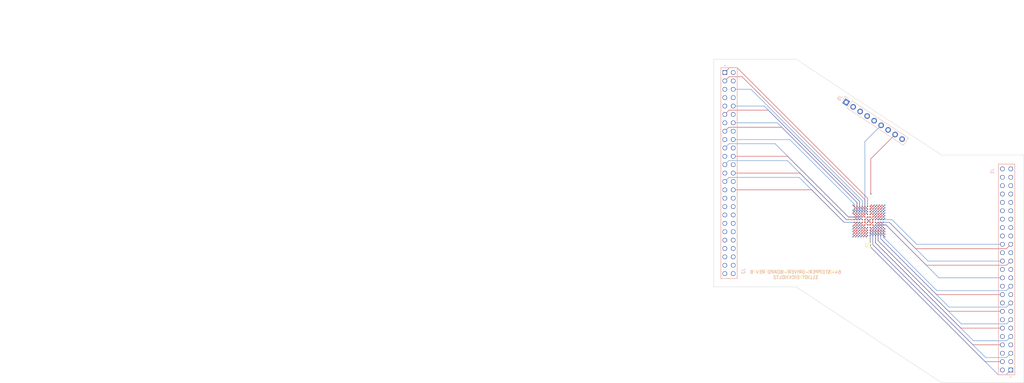
<source format=kicad_pcb>
(kicad_pcb (version 20211014) (generator pcbnew)
  (layers (0 "F.Cu" signal) (1 "In1.Cu" signal) (2 "In2.Cu" signal) (3 "In3.Cu" signal) (4 "In4.Cu" signal) (31 "B.Cu" signal) (34 "B.Paste" user) (35 "F.Paste" user) (36 "B.SilkS" user "B.Silkscreen") (37 "F.SilkS" user "F.Silkscreen") (38 "B.Mask" user) (39 "F.Mask" user) (44 "Edge.Cuts" user))
  (net 0 "")
  (net 1 "1A8STEP")
  (net 2 "1A4STEP")
  (net 3 "1A7STEP")
  (net 4 "1A3STEP")
  (net 5 "1A6STEP")
  (net 6 "1A2STEP")
  (net 7 "1A5STEP")
  (net 8 "1A1STEP")
  (net 9 "2A8STEP")
  (net 10 "2A4STEP")
  (net 11 "2A7STEP")
  (net 12 "2A3STEP")
  (net 13 "2A6STEP")
  (net 14 "2A2STEP")
  (net 15 "2A5STEP")
  (net 16 "2A1STEP")
  (net 17 "3A8STEP")
  (net 18 "3A4STEP")
  (net 19 "3A7STEP")
  (net 20 "3A3STEP")
  (net 21 "3A6STEP")
  (net 22 "3A2STEP")
  (net 23 "3A5STEP")
  (net 24 "3A1STEP")
  (net 25 "4A8STEP")
  (net 26 "4A4STEP")
  (net 27 "4A7STEP")
  (net 28 "4A3STEP")
  (net 29 "4A6STEP")
  (net 30 "4A2STEP")
  (net 31 "4A5STEP")
  (net 32 "4A1STEP")
  (net 33 "SRCLK1")
  (net 34 "SER1")
  (net 35 "~{SRCLR1}")
  (net 36 "SRCLK2")
  (net 37 "RCLK1")
  (net 38 "~{OE1}")
  (net 39 "SER2")
  (net 40 "SRCLK3")
  (net 41 "SER3")
  (net 42 "SRCLK4")
  (net 43 "SER4")
  (net 44 "+5V")
  (net 45 "GND")
  (net 46 "5A8STEP")
  (net 47 "5A4STEP")
  (net 48 "5A7STEP")
  (net 49 "5A3STEP")
  (net 50 "5A6STEP")
  (net 51 "5A2STEP")
  (net 52 "5A5STEP")
  (net 53 "5A1STEP")
  (net 54 "6A8STEP")
  (net 55 "6A4STEP")
  (net 56 "6A7STEP")
  (net 57 "6A3STEP")
  (net 58 "6A6STEP")
  (net 59 "6A2STEP")
  (net 60 "6A5STEP")
  (net 61 "6A1STEP")
  (net 62 "7A8STEP")
  (net 63 "7A4STEP")
  (net 64 "7A7STEP")
  (net 65 "7A3STEP")
  (net 66 "7A6STEP")
  (net 67 "7A2STEP")
  (net 68 "7A5STEP")
  (net 69 "7A1STEP")
  (net 70 "8A8STEP")
  (net 71 "8A4STEP")
  (net 72 "8A7STEP")
  (net 73 "8A3STEP")
  (net 74 "8A6STEP")
  (net 75 "8A2STEP")
  (net 76 "8A5STEP")
  (net 77 "8A1STEP")
  (net 78 "SRCLK5")
  (net 79 "SER5")
  (net 80 "~{SRCLR2}")
  (net 81 "SRCLK6")
  (net 82 "RCLK2")
  (net 83 "~{OE2}")
  (net 84 "SER6")
  (net 85 "SRCLK7")
  (net 86 "SER7")
  (net 87 "SRCLK8")
  (net 88 "SER8")
  (net 89 "unconnected-(U1-PadA7)")
  (net 90 "unconnected-(U1-PadA8)")
  (net 91 "unconnected-(U1-PadA9)")
  (net 92 "unconnected-(U1-PadA10)")
  (net 93 "unconnected-(U1-PadA11)")
  (net 94 "MOSI")
  (net 95 "MISO")
  (net 96 "CS2")
  (net 97 "CS1")
  (net 98 "DC")
  (net 99 "RST")
  (net 100 "SCK")
  (net 101 "unconnected-(U1-PadB7)")
  (net 102 "unconnected-(U1-PadB8)")
  (net 103 "unconnected-(U1-PadB9)")
  (net 104 "unconnected-(U1-PadB10)")
  (net 105 "unconnected-(U1-PadB11)")
  (net 112 "unconnected-(U1-PadB12)")
  (net 113 "unconnected-(U1-PadC7)")
  (net 114 "unconnected-(U1-PadC8)")
  (net 115 "unconnected-(U1-PadC9)")
  (net 116 "unconnected-(U1-PadC10)")
  (net 117 "unconnected-(U1-PadC11)")
  (net 118 "unconnected-(U1-PadC12)")
  (net 119 "unconnected-(U1-PadD7)")
  (net 120 "unconnected-(U1-PadD8)")
  (net 121 "unconnected-(U1-PadD9)")
  (net 122 "unconnected-(U1-PadD10)")
  (net 123 "unconnected-(U1-PadD11)")
  (net 124 "unconnected-(U1-PadD12)")
  (net 125 "unconnected-(U1-PadE10)")
  (net 126 "unconnected-(U1-PadE11)")
  (net 127 "unconnected-(U1-PadE12)")
  (net 128 "unconnected-(U1-PadF10)")
  (net 129 "unconnected-(U1-PadF11)")
  (net 130 "unconnected-(U1-PadF12)")
  (net 131 "unconnected-(U1-PadH1)")
  (net 132 "NRST")
  (net 133 "unconnected-(U1-PadJ2)")
  (net 134 "unconnected-(U1-PadJ3)")
  (net 135 "unconnected-(U1-PadJ4)")
  (net 136 "unconnected-(U1-PadJ5)")
  (net 137 "unconnected-(U1-PadJ6)")
  (net 138 "unconnected-(U1-PadK1)")
  (net 139 "unconnected-(U1-PadK3)")
  (net 140 "unconnected-(U1-PadK4)")
  (net 141 "unconnected-(U1-PadK5)")
  (net 142 "unconnected-(U1-PadK6)")
  (net 143 "unconnected-(U1-PadL1)")
  (net 144 "unconnected-(U1-PadL2)")
  (net 145 "unconnected-(U1-PadL3)")
  (net 146 "unconnected-(U1-PadL4)")
  (net 147 "unconnected-(U1-PadL5)")
  (net 148 "unconnected-(U1-PadL6)")
  (net 149 "unconnected-(U1-PadM2)")
  (net 150 "unconnected-(U1-PadM3)")
  (net 151 "unconnected-(U1-PadM4)")
  (net 152 "unconnected-(U1-PadM5)")
  (net 153 "unconnected-(U1-PadM6)")
  (net 154 "unconnected-(U1-PadA12)")
  (footprint "Library:BGA144C80P12X12_1000X1000X60" (layer "F.Cu") (at 157 85)
    (fp_text reference "U1")
    (fp_text value "STM32L471ZGJ6" hide)
  )
  (footprint "Library:SAMTEC_IPS1-125-01-S-D" (layer "B.Cu") (at 114.615 70.485 90)
    (fp_text reference "J2")
    (fp_text value "IPS1-125-01-S-D")
  )
  (footprint "Library:SAMTEC_IPS1-125-01-S-D" (layer "B.Cu") (at 198.755 99.695 -90)
    (fp_text reference "J1")
    (fp_text value "IPS1-125-01-S-D")
  )
  (footprint "Connector_PinHeader_2.54mm:PinHeader_1x09_P2.54mm_Vertical" (layer "B.Cu") (at 150.126294 49.01262 -123.4)
    (fp_text reference "J5")
    (fp_text value "Conn_01x09")
  )
  (gr_line (start 204 65) (end 179 65) (layer "Edge.Cuts") (width 0.1))
  (gr_line (start 110 36) (end 135 36) (layer "Edge.Cuts") (width 0.1))
  (gr_line (start 179 134) (end 135 105) (layer "Edge.Cuts") (width 0.1))
  (gr_line (start 204 65) (end 204 134) (layer "Edge.Cuts") (width 0.1))
  (gr_line (start 204 134) (end 179 134) (layer "Edge.Cuts") (width 0.1))
  (gr_line (start 110 105) (end 135 105) (layer "Edge.Cuts") (width 0.1))
  (gr_line (start 110 105) (end 110 36) (layer "Edge.Cuts") (width 0.1))
  (gr_line (start 179 65) (end 135 36) (layer "Edge.Cuts") (width 0.1))
  (gr_text "64-STEPPER-DRIVER-BOARD REV B\nELLIOT EICKHOLTZ" (at 134.8 101.3) (layer "B.SilkS") (effects (font (size 1 1)) (justify mirror)))
  (gr_text "64-STEPPER-DRIVER-BOARD REV B\nELLIOT EICKHOLTZ" (at 134.8 101.2) (layer "F.SilkS") (effects (font (size 1 1))))
  (segment (start 157.4 87) (end 157.8 87.4) (width 0.127) (layer "F.Cu") (net 1))
  (via (at 157.8 87.4) (size 0.4) (drill 0.2) (layers "F.Cu" "B.Cu") (net 1))
  (segment (start 157.4 87.8) (end 157.4 92.8) (width 0.127) (layer "B.Cu") (net 1))
  (segment (start 196.2 131.6) (end 198.6 131.6) (width 0.127) (layer "B.Cu") (net 1))
  (segment (start 157.8 87.4) (end 157.4 87.8) (width 0.127) (layer "B.Cu") (net 1))
  (segment (start 157.4 92.8) (end 196.2 131.6) (width 0.127) (layer "B.Cu") (net 1))
  (segment (start 198.6 131.6) (end 200.025 130.175) (width 0.127) (layer "B.Cu") (net 1))
  (segment (start 157.4 87.8) (end 157.8 88.2) (width 0.127) (layer "F.Cu") (net 2))
  (via (at 157.8 88.2) (size 0.4) (drill 0.2) (layers "F.Cu" "B.Cu") (net 2))
  (segment (start 157.4 88.6) (end 157.8 89) (width 0.127) (layer "F.Cu") (net 3))
  (via (at 157.8 89) (size 0.4) (drill 0.2) (layers "F.Cu" "B.Cu") (net 3))
  (segment (start 157.4 89.4) (end 157.4 92.8) (width 0.127) (layer "F.Cu") (net 4))
  (segment (start 157.4 92.8) (end 192.235 127.635) (width 0.127) (layer "F.Cu") (net 4))
  (segment (start 192.235 127.635) (end 197.485 127.635) (width 0.127) (layer "F.Cu") (net 4))
  (segment (start 158.2 87) (end 158.6 87.4) (width 0.127) (layer "F.Cu") (net 5))
  (via (at 158.6 87.4) (size 0.4) (drill 0.2) (layers "F.Cu" "B.Cu") (net 5))
  (segment (start 158.6 87.4) (end 158.2 87.8) (width 0.127) (layer "B.Cu") (net 5))
  (segment (start 158.2 92.2) (end 192.4 126.4) (width 0.127) (layer "B.Cu") (net 5))
  (segment (start 192.4 126.4) (end 198.72 126.4) (width 0.127) (layer "B.Cu") (net 5))
  (segment (start 158.2 87.8) (end 158.2 92.2) (width 0.127) (layer "B.Cu") (net 5))
  (segment (start 198.72 126.4) (end 200.025 125.095) (width 0.127) (layer "B.Cu") (net 5))
  (segment (start 158.2 87.8) (end 158.6 88.2) (width 0.127) (layer "F.Cu") (net 6))
  (via (at 158.6 88.2) (size 0.4) (drill 0.2) (layers "F.Cu" "B.Cu") (net 6))
  (segment (start 158.2 88.6) (end 158.6 89) (width 0.127) (layer "F.Cu") (net 7))
  (via (at 158.6 89) (size 0.4) (drill 0.2) (layers "F.Cu" "B.Cu") (net 7))
  (segment (start 188.555 122.555) (end 197.485 122.555) (width 0.127) (layer "F.Cu") (net 8))
  (segment (start 158.2 92.2) (end 188.555 122.555) (width 0.127) (layer "F.Cu") (net 8))
  (segment (start 158.2 89.4) (end 158.2 92.2) (width 0.127) (layer "F.Cu") (net 8))
  (segment (start 159 87) (end 159.4 87.4) (width 0.127) (layer "F.Cu") (net 9))
  (via (at 159.4 87.4) (size 0.4) (drill 0.2) (layers "F.Cu" "B.Cu") (net 9))
  (segment (start 188.7 121.3) (end 198.74 121.3) (width 0.127) (layer "B.Cu") (net 9))
  (segment (start 159 87.8) (end 159 91.6) (width 0.127) (layer "B.Cu") (net 9))
  (segment (start 159 91.6) (end 188.7 121.3) (width 0.127) (layer "B.Cu") (net 9))
  (segment (start 198.74 121.3) (end 200.025 120.015) (width 0.127) (layer "B.Cu") (net 9))
  (segment (start 159.4 87.4) (end 159 87.8) (width 0.127) (layer "B.Cu") (net 9))
  (segment (start 159 87.8) (end 159.4 88.2) (width 0.127) (layer "F.Cu") (net 10))
  (via (at 159.4 88.2) (size 0.4) (drill 0.2) (layers "F.Cu" "B.Cu") (net 10))
  (segment (start 159 88.6) (end 159.4 89) (width 0.127) (layer "F.Cu") (net 11))
  (via (at 159.4 89) (size 0.4) (drill 0.2) (layers "F.Cu" "B.Cu") (net 11))
  (segment (start 184.875 117.475) (end 197.485 117.475) (width 0.127) (layer "F.Cu") (net 12))
  (segment (start 159 89.4) (end 159 91.6) (width 0.127) (layer "F.Cu") (net 12))
  (segment (start 159 91.6) (end 184.875 117.475) (width 0.127) (layer "F.Cu") (net 12))
  (segment (start 159.8 87) (end 160.2 87.4) (width 0.127) (layer "F.Cu") (net 13))
  (via (at 160.2 87.4) (size 0.4) (drill 0.2) (layers "F.Cu" "B.Cu") (net 13))
  (segment (start 159.8 91) (end 185 116.2) (width 0.127) (layer "B.Cu") (net 13))
  (segment (start 160.2 87.4) (end 159.8 87.8) (width 0.127) (layer "B.Cu") (net 13))
  (segment (start 185 116.2) (end 198.76 116.2) (width 0.127) (layer "B.Cu") (net 13))
  (segment (start 159.8 87.8) (end 159.8 91) (width 0.127) (layer "B.Cu") (net 13))
  (segment (start 198.76 116.2) (end 200.025 114.935) (width 0.127) (layer "B.Cu") (net 13))
  (segment (start 159.8 87.8) (end 160.2 88.2) (width 0.127) (layer "F.Cu") (net 14))
  (via (at 160.2 88.2) (size 0.4) (drill 0.2) (layers "F.Cu" "B.Cu") (net 14))
  (segment (start 159.8 88.6) (end 160.2 89) (width 0.127) (layer "F.Cu") (net 15))
  (via (at 160.2 89) (size 0.4) (drill 0.2) (layers "F.Cu" "B.Cu") (net 15))
  (segment (start 159.8 91) (end 181.195 112.395) (width 0.127) (layer "F.Cu") (net 16))
  (segment (start 181.195 112.395) (end 197.485 112.395) (width 0.127) (layer "F.Cu") (net 16))
  (segment (start 159.8 89.4) (end 159.8 91) (width 0.127) (layer "F.Cu") (net 16))
  (segment (start 160.6 87) (end 161 87.4) (width 0.127) (layer "F.Cu") (net 17))
  (via (at 161 87.4) (size 0.4) (drill 0.2) (layers "F.Cu" "B.Cu") (net 17))
  (segment (start 161 87.4) (end 160.6 87.8) (width 0.127) (layer "B.Cu") (net 17))
  (segment (start 198.78 111.1) (end 200.025 109.855) (width 0.127) (layer "B.Cu") (net 17))
  (segment (start 181.3 111.1) (end 198.78 111.1) (width 0.127) (layer "B.Cu") (net 17))
  (segment (start 160.6 87.8) (end 160.6 90.4) (width 0.127) (layer "B.Cu") (net 17))
  (segment (start 160.6 90.4) (end 181.3 111.1) (width 0.127) (layer "B.Cu") (net 17))
  (segment (start 160.6 87.8) (end 161 88.2) (width 0.127) (layer "F.Cu") (net 18))
  (via (at 161 88.2) (size 0.4) (drill 0.2) (layers "F.Cu" "B.Cu") (net 18))
  (segment (start 160.6 88.6) (end 161 89) (width 0.127) (layer "F.Cu") (net 19))
  (via (at 161 89) (size 0.4) (drill 0.2) (layers "F.Cu" "B.Cu") (net 19))
  (segment (start 160.6 90.4) (end 177.515 107.315) (width 0.127) (layer "F.Cu") (net 20))
  (segment (start 160.6 89.4) (end 160.6 90.4) (width 0.127) (layer "F.Cu") (net 20))
  (segment (start 177.515 107.315) (end 197.485 107.315) (width 0.127) (layer "F.Cu") (net 20))
  (segment (start 161.4 87) (end 161.8 87.4) (width 0.127) (layer "F.Cu") (net 21))
  (via (at 161.8 87.4) (size 0.4) (drill 0.2) (layers "F.Cu" "B.Cu") (net 21))
  (segment (start 177.6 106.1) (end 198.7 106.1) (width 0.127) (layer "B.Cu") (net 21))
  (segment (start 161.4 89.9) (end 177.6 106.1) (width 0.127) (layer "B.Cu") (net 21))
  (segment (start 161.8 87.4) (end 161.4 87.8) (width 0.127) (layer "B.Cu") (net 21))
  (segment (start 161.4 87.8) (end 161.4 89.9) (width 0.127) (layer "B.Cu") (net 21))
  (segment (start 198.7 106.1) (end 200.025 104.775) (width 0.127) (layer "B.Cu") (net 21))
  (segment (start 161.4 87.8) (end 161.8 88.2) (width 0.127) (layer "F.Cu") (net 22))
  (via (at 161.8 88.2) (size 0.4) (drill 0.2) (layers "F.Cu" "B.Cu") (net 22))
  (segment (start 161.4 88.6) (end 161.8 89) (width 0.127) (layer "F.Cu") (net 23))
  (via (at 161.8 89) (size 0.4) (drill 0.2) (layers "F.Cu" "B.Cu") (net 23))
  (segment (start 159 86.2) (end 159.4 86.6) (width 0.127) (layer "F.Cu") (net 24))
  (via (at 159.4 86.6) (size 0.4) (drill 0.2) (layers "F.Cu" "B.Cu") (net 24))
  (segment (start 178.235 102.235) (end 162.2 86.2) (width 0.127) (layer "B.Cu") (net 24))
  (segment (start 197.485 102.235) (end 178.235 102.235) (width 0.127) (layer "B.Cu") (net 24))
  (segment (start 159.8 86.2) (end 159.4 86.6) (width 0.127) (layer "B.Cu") (net 24))
  (segment (start 162.2 86.2) (end 159.8 86.2) (width 0.127) (layer "B.Cu") (net 24))
  (segment (start 159.8 86.2) (end 160.2 86.6) (width 0.127) (layer "F.Cu") (net 25))
  (via (at 160.2 86.6) (size 0.4) (drill 0.2) (layers "F.Cu" "B.Cu") (net 25))
  (segment (start 160.6 86.2) (end 161 86.6) (width 0.127) (layer "F.Cu") (net 26))
  (via (at 161 86.6) (size 0.4) (drill 0.2) (layers "F.Cu" "B.Cu") (net 26))
  (segment (start 200.025 97.155) (end 198.78 98.4) (width 0.127) (layer "F.Cu") (net 27))
  (segment (start 162.2 86.2) (end 161.4 86.2) (width 0.127) (layer "F.Cu") (net 27))
  (segment (start 198.78 98.4) (end 174.4 98.4) (width 0.127) (layer "F.Cu") (net 27))
  (segment (start 174.4 98.4) (end 162.2 86.2) (width 0.127) (layer "F.Cu") (net 27))
  (segment (start 159 85.4) (end 159.4 85.8) (width 0.127) (layer "F.Cu") (net 28))
  (via (at 159.4 85.8) (size 0.4) (drill 0.2) (layers "F.Cu" "B.Cu") (net 28))
  (segment (start 197.485 97.155) (end 174.955 97.155) (width 0.127) (layer "B.Cu") (net 28))
  (segment (start 159.8 85.4) (end 159.4 85.8) (width 0.127) (layer "B.Cu") (net 28))
  (segment (start 163.2 85.4) (end 159.8 85.4) (width 0.127) (layer "B.Cu") (net 28))
  (segment (start 174.955 97.155) (end 163.2 85.4) (width 0.127) (layer "B.Cu") (net 28))
  (segment (start 159.8 85.4) (end 160.2 85.8) (width 0.127) (layer "F.Cu") (net 29))
  (via (at 160.2 85.8) (size 0.4) (drill 0.2) (layers "F.Cu" "B.Cu") (net 29))
  (segment (start 160.6 85.4) (end 161 85.8) (width 0.127) (layer "F.Cu") (net 30))
  (via (at 161 85.8) (size 0.4) (drill 0.2) (layers "F.Cu" "B.Cu") (net 30))
  (segment (start 198.7 93.4) (end 171.2 93.4) (width 0.127) (layer "F.Cu") (net 31))
  (segment (start 163.2 85.4) (end 161.4 85.4) (width 0.127) (layer "F.Cu") (net 31))
  (segment (start 171.2 93.4) (end 163.2 85.4) (width 0.127) (layer "F.Cu") (net 31))
  (segment (start 200.025 92.075) (end 198.7 93.4) (width 0.127) (layer "F.Cu") (net 31))
  (segment (start 159 84.6) (end 159.4 84.2) (width 0.127) (layer "F.Cu") (net 32))
  (via (at 159.4 84.2) (size 0.4) (drill 0.2) (layers "F.Cu" "B.Cu") (net 32))
  (segment (start 159.8 84.6) (end 159.4 84.2) (width 0.127) (layer "B.Cu") (net 32))
  (segment (start 171.475 92.075) (end 164 84.6) (width 0.127) (layer "B.Cu") (net 32))
  (segment (start 164 84.6) (end 159.8 84.6) (width 0.127) (layer "B.Cu") (net 32))
  (segment (start 197.485 92.075) (end 171.475 92.075) (width 0.127) (layer "B.Cu") (net 32))
  (segment (start 159 83.8) (end 159.4 83.4) (width 0.127) (layer "F.Cu") (net 44))
  (segment (start 156.6 83.8) (end 157.4 83.8) (width 0.127) (layer "F.Cu") (net 44))
  (segment (start 155.8 85.4) (end 155.8 84.6) (width 0.127) (layer "F.Cu") (net 44))
  (segment (start 157.4 83.8) (end 158.2 84.6) (width 0.127) (layer "F.Cu") (net 44))
  (segment (start 153.4 87.8) (end 153 88.2) (width 0.127) (layer "F.Cu") (net 44))
  (segment (start 157.4 86.2) (end 156.6 86.2) (width 0.127) (layer "F.Cu") (net 44))
  (segment (start 156.6 86.2) (end 155.8 85.4) (width 0.127) (layer "F.Cu") (net 44))
  (segment (start 155.8 84.6) (end 156.6 83.8) (width 0.127) (layer "F.Cu") (net 44))
  (segment (start 158.2 84.6) (end 159 83.8) (width 0.127) (layer "F.Cu") (net 44))
  (segment (start 158.2 85.4) (end 157.4 86.2) (width 0.127) (layer "F.Cu") (net 44))
  (segment (start 158.2 84.6) (end 158.2 85.4) (width 0.127) (layer "F.Cu") (net 44))
  (via (at 153 88.2) (size 0.4) (drill 0.2) (layers "F.Cu" "B.Cu") (net 44))
  (via (at 159.4 83.4) (size 0.4) (drill 0.2) (layers "F.Cu" "B.Cu") (net 44))
  (segment (start 158.2 86.2) (end 158.6 86.6) (width 0.127) (layer "F.Cu") (net 45))
  (segment (start 152.6 89.4) (end 152.2 89.8) (width 0.127) (layer "F.Cu") (net 45))
  (segment (start 155.8 86.2) (end 155.4 86.6) (width 0.127) (layer "F.Cu") (net 45))
  (segment (start 157.4 85.4) (end 157 85) (width 0.127) (layer "F.Cu") (net 45))
  (segment (start 157 85) (end 156.6 84.6) (width 0.127) (layer "F.Cu") (net 45))
  (segment (start 161.4 89.4) (end 161.8 89.8) (width 0.127) (layer "F.Cu") (net 45))
  (segment (start 152.6 80.6) (end 152.2 80.2) (width 0.127) (layer "F.Cu") (net 45))
  (segment (start 158.2 83.8) (end 158.6 83.4) (width 0.127) (layer "F.Cu") (net 45))
  (segment (start 152.6 87) (end 152.2 87.4) (width 0.127) (layer "F.Cu") (net 45))
  (segment (start 155.8 83.8) (end 155.4 83.4) (width 0.127) (layer "F.Cu") (net 45))
  (segment (start 156.6 85.4) (end 157.4 84.6) (width 0.127) (layer "F.Cu") (net 45))
  (via (at 161.8 89.8) (size 0.4) (drill 0.2) (layers "F.Cu" "B.Cu") (net 45))
  (via (at 158.6 86.6) (size 0.4) (drill 0.2) (layers "F.Cu" "B.Cu") (net 45))
  (via (at 158.6 83.4) (size 0.4) (drill 0.2) (layers "F.Cu" "B.Cu") (net 45))
  (via (at 155.4 83.4) (size 0.4) (drill 0.2) (layers "F.Cu" "B.Cu") (net 45))
  (via (at 157 85) (size 0.4) (drill 0.2) (layers "F.Cu" "B.Cu") (net 45))
  (via (at 152.2 89.8) (size 0.4) (drill 0.2) (layers "F.Cu" "B.Cu") (net 45))
  (via (at 155.4 86.6) (size 0.4) (drill 0.2) (layers "F.Cu" "B.Cu") (net 45))
  (via (at 152.2 87.4) (size 0.4) (drill 0.2) (layers "F.Cu" "B.Cu") (net 45))
  (via (at 152.2 80.2) (size 0.4) (drill 0.2) (layers "F.Cu" "B.Cu") (net 45))
  (segment (start 156.6 80.6) (end 156.6 78.1) (width 0.127) (layer "F.Cu") (net 46))
  (segment (start 156.6 78.1) (end 117 38.5) (width 0.127) (layer "F.Cu") (net 46))
  (segment (start 113.345 39.955) (end 113.345 40.005) (width 0.127) (layer "F.Cu") (net 46))
  (segment (start 117 38.5) (end 114.8 38.5) (width 0.127) (layer "F.Cu") (net 46))
  (segment (start 114.8 38.5) (end 113.345 39.955) (width 0.127) (layer "F.Cu") (net 46))
  (segment (start 156.6 83) (end 156.2 82.6) (width 0.127) (layer "F.Cu") (net 47))
  (via (at 156.2 82.6) (size 0.4) (drill 0.2) (layers "F.Cu" "B.Cu") (net 47))
  (segment (start 155.8 80.6) (end 155.8 78.5) (width 0.127) (layer "F.Cu") (net 48))
  (segment (start 118.6 41.3) (end 114.59 41.3) (width 0.127) (layer "F.Cu") (net 48))
  (segment (start 155.8 78.5) (end 118.6 41.3) (width 0.127) (layer "F.Cu") (net 48))
  (segment (start 114.59 41.3) (end 113.345 42.545) (width 0.127) (layer "F.Cu") (net 48))
  (segment (start 156.6 81.4) (end 156.2 81) (width 0.127) (layer "F.Cu") (net 49))
  (via (at 156.2 81) (size 0.4) (drill 0.2) (layers "F.Cu" "B.Cu") (net 49))
  (segment (start 155 82.2) (end 154.6 81.8) (width 0.127) (layer "F.Cu") (net 50))
  (via (at 154.6 81.8) (size 0.4) (drill 0.2) (layers "F.Cu" "B.Cu") (net 50))
  (segment (start 155 83) (end 154.6 82.6) (width 0.127) (layer "F.Cu") (net 51))
  (via (at 154.6 82.6) (size 0.4) (drill 0.2) (layers "F.Cu" "B.Cu") (net 51))
  (segment (start 121.285 45.085) (end 115.885 45.085) (width 0.127) (layer "B.Cu") (net 51))
  (segment (start 155 78.8) (end 121.285 45.085) (width 0.127) (layer "B.Cu") (net 51))
  (segment (start 155 82.2) (end 155 78.8) (width 0.127) (layer "B.Cu") (net 51))
  (segment (start 154.6 82.6) (end 155 82.2) (width 0.127) (layer "B.Cu") (net 51))
  (segment (start 155 81.4) (end 154.6 81) (width 0.127) (layer "F.Cu") (net 52))
  (via (at 154.6 81) (size 0.4) (drill 0.2) (layers "F.Cu" "B.Cu") (net 52))
  (segment (start 155.8 81.4) (end 155.4 81) (width 0.127) (layer "F.Cu") (net 53))
  (via (at 155.4 81) (size 0.4) (drill 0.2) (layers "F.Cu" "B.Cu") (net 53))
  (segment (start 154.2 82.2) (end 153.8 81.8) (width 0.127) (layer "F.Cu") (net 54))
  (via (at 153.8 81.8) (size 0.4) (drill 0.2) (layers "F.Cu" "B.Cu") (net 54))
  (segment (start 154.2 83) (end 153.8 82.6) (width 0.127) (layer "F.Cu") (net 55))
  (via (at 153.8 82.6) (size 0.4) (drill 0.2) (layers "F.Cu" "B.Cu") (net 55))
  (segment (start 154.2 82.2) (end 154.2 79.1) (width 0.127) (layer "B.Cu") (net 55))
  (segment (start 153.8 82.6) (end 154.2 82.2) (width 0.127) (layer "B.Cu") (net 55))
  (segment (start 154.2 79.1) (end 125.265 50.165) (width 0.127) (layer "B.Cu") (net 55))
  (segment (start 125.265 50.165) (end 115.885 50.165) (width 0.127) (layer "B.Cu") (net 55))
  (segment (start 114.65 51.4) (end 113.345 52.705) (width 0.127) (layer "F.Cu") (net 56))
  (segment (start 154.2 79.1) (end 126.5 51.4) (width 0.127) (layer "F.Cu") (net 56))
  (segment (start 154.2 80.6) (end 154.2 79.1) (width 0.127) (layer "F.Cu") (net 56))
  (segment (start 126.5 51.4) (end 114.65 51.4) (width 0.127) (layer "F.Cu") (net 56))
  (segment (start 154.2 81.4) (end 153.8 81) (width 0.127) (layer "F.Cu") (net 57))
  (via (at 153.8 81) (size 0.4) (drill 0.2) (layers "F.Cu" "B.Cu") (net 57))
  (segment (start 153.4 82.2) (end 153 81.8) (width 0.127) (layer "F.Cu") (net 58))
  (via (at 153 81.8) (size 0.4) (drill 0.2) (layers "F.Cu" "B.Cu") (net 58))
  (segment (start 153.4 83) (end 153 82.6) (width 0.127) (layer "F.Cu") (net 59))
  (via (at 153 82.6) (size 0.4) (drill 0.2) (layers "F.Cu" "B.Cu") (net 59))
  (segment (start 129.245 55.245) (end 115.885 55.245) (width 0.127) (layer "B.Cu") (net 59))
  (segment (start 153.4 79.4) (end 129.245 55.245) (width 0.127) (layer "B.Cu") (net 59))
  (segment (start 153 82.6) (end 153.4 82.2) (width 0.127) (layer "B.Cu") (net 59))
  (segment (start 153.4 82.2) (end 153.4 79.4) (width 0.127) (layer "B.Cu") (net 59))
  (segment (start 153.4 80.6) (end 153.4 79.4) (width 0.127) (layer "F.Cu") (net 60))
  (segment (start 130.6 56.6) (end 114.53 56.6) (width 0.127) (layer "F.Cu") (net 60))
  (segment (start 153.4 79.4) (end 130.6 56.6) (width 0.127) (layer "F.Cu") (net 60))
  (segment (start 114.53 56.6) (end 113.345 57.785) (width 0.127) (layer "F.Cu") (net 60))
  (segment (start 153.4 81.4) (end 153 81) (width 0.127) (layer "F.Cu") (net 61))
  (via (at 153 81) (size 0.4) (drill 0.2) (layers "F.Cu" "B.Cu") (net 61))
  (segment (start 152.6 82.2) (end 152.2 81.8) (width 0.127) (layer "F.Cu") (net 62))
  (via (at 152.2 81.8) (size 0.4) (drill 0.2) (layers "F.Cu" "B.Cu") (net 62))
  (segment (start 152.6 83) (end 152.2 82.6) (width 0.127) (layer "F.Cu") (net 63))
  (via (at 152.2 82.6) (size 0.4) (drill 0.2) (layers "F.Cu" "B.Cu") (net 63))
  (segment (start 133.025 60.325) (end 115.885 60.325) (width 0.127) (layer "B.Cu") (net 63))
  (segment (start 152.2 82.6) (end 152.6 82.2) (width 0.127) (layer "B.Cu") (net 63))
  (segment (start 152.6 79.9) (end 133.025 60.325) (width 0.127) (layer "B.Cu") (net 63))
  (segment (start 152.6 82.2) (end 152.6 79.9) (width 0.127) (layer "B.Cu") (net 63))
  (segment (start 155 83.8) (end 154.6 83.4) (width 0.127) (layer "F.Cu") (net 64))
  (via (at 154.6 83.4) (size 0.4) (drill 0.2) (layers "F.Cu" "B.Cu") (net 64))
  (segment (start 114.61 61.6) (end 128.6 61.6) (width 0.127) (layer "B.Cu") (net 64))
  (segment (start 128.6 61.6) (end 150.8 83.8) (width 0.127) (layer "B.Cu") (net 64))
  (segment (start 150.8 83.8) (end 154.2 83.8) (width 0.127) (layer "B.Cu") (net 64))
  (segment (start 154.2 83.8) (end 154.6 83.4) (width 0.127) (layer "B.Cu") (net 64))
  (segment (start 113.345 62.865) (end 114.61 61.6) (width 0.127) (layer "B.Cu") (net 64))
  (segment (start 154.2 83.8) (end 153.8 83.4) (width 0.127) (layer "F.Cu") (net 65))
  (via (at 153.8 83.4) (size 0.4) (drill 0.2) (layers "F.Cu" "B.Cu") (net 65))
  (segment (start 153.4 83.8) (end 153 83.4) (width 0.127) (layer "F.Cu") (net 66))
  (via (at 153 83.4) (size 0.4) (drill 0.2) (layers "F.Cu" "B.Cu") (net 66))
  (segment (start 150.8 83.8) (end 132.405 65.405) (width 0.127) (layer "F.Cu") (net 67))
  (segment (start 132.405 65.405) (end 115.885 65.405) (width 0.127) (layer "F.Cu") (net 67))
  (segment (start 152.6 83.8) (end 150.8 83.8) (width 0.127) (layer "F.Cu") (net 67))
  (segment (start 155 84.6) (end 154.6 84.2) (width 0.127) (layer "F.Cu") (net 68))
  (via (at 154.6 84.2) (size 0.4) (drill 0.2) (layers "F.Cu" "B.Cu") (net 68))
  (segment (start 132.3 66.7) (end 114.59 66.7) (width 0.127) (layer "B.Cu") (net 68))
  (segment (start 150.2 84.6) (end 132.3 66.7) (width 0.127) (layer "B.Cu") (net 68))
  (segment (start 154.6 84.2) (end 154.2 84.6) (width 0.127) (layer "B.Cu") (net 68))
  (segment (start 154.2 84.6) (end 150.2 84.6) (width 0.127) (layer "B.Cu") (net 68))
  (segment (start 114.59 66.7) (end 113.345 67.945) (width 0.127) (layer "B.Cu") (net 68))
  (segment (start 154.2 84.6) (end 153.8 84.2) (width 0.127) (layer "F.Cu") (net 69))
  (via (at 153.8 84.2) (size 0.4) (drill 0.2) (layers "F.Cu" "B.Cu") (net 69))
  (segment (start 153.4 84.6) (end 153 84.2) (width 0.127) (layer "F.Cu") (net 70))
  (via (at 153 84.2) (size 0.4) (drill 0.2) (layers "F.Cu" "B.Cu") (net 70))
  (segment (start 152.6 84.6) (end 150.2 84.6) (width 0.127) (layer "F.Cu") (net 71))
  (segment (start 136.085 70.485) (end 115.885 70.485) (width 0.127) (layer "F.Cu") (net 71))
  (segment (start 150.2 84.6) (end 136.085 70.485) (width 0.127) (layer "F.Cu") (net 71))
  (segment (start 155 85.4) (end 154.6 85.8) (width 0.127) (layer "F.Cu") (net 72))
  (via (at 154.6 85.8) (size 0.4) (drill 0.2) (layers "F.Cu" "B.Cu") (net 72))
  (segment (start 154.2 85.4) (end 149.5 85.4) (width 0.127) (layer "B.Cu") (net 72))
  (segment (start 135.9 71.8) (end 114.57 71.8) (width 0.127) (layer "B.Cu") (net 72))
  (segment (start 114.57 71.8) (end 113.345 73.025) (width 0.127) (layer "B.Cu") (net 72))
  (segment (start 149.5 85.4) (end 135.9 71.8) (width 0.127) (layer "B.Cu") (net 72))
  (segment (start 154.6 85.8) (end 154.2 85.4) (width 0.127) (layer "B.Cu") (net 72))
  (segment (start 154.2 85.4) (end 153.8 85.8) (width 0.127) (layer "F.Cu") (net 73))
  (via (at 153.8 85.8) (size 0.4) (drill 0.2) (layers "F.Cu" "B.Cu") (net 73))
  (segment (start 153.4 85.4) (end 153 85.8) (width 0.127) (layer "F.Cu") (net 74))
  (via (at 153 85.8) (size 0.4) (drill 0.2) (layers "F.Cu" "B.Cu") (net 74))
  (segment (start 139.665 75.565) (end 115.885 75.565) (width 0.127) (layer "F.Cu") (net 75))
  (segment (start 149.5 85.4) (end 139.665 75.565) (width 0.127) (layer "F.Cu") (net 75))
  (segment (start 152.6 85.4) (end 149.5 85.4) (width 0.127) (layer "F.Cu") (net 75))
  (segment (start 154.2 86.2) (end 153.8 86.6) (width 0.127) (layer "F.Cu") (net 76))
  (via (at 153.8 86.6) (size 0.4) (drill 0.2) (layers "F.Cu" "B.Cu") (net 76))
  (segment (start 153.4 86.2) (end 153 86.6) (width 0.127) (layer "F.Cu") (net 77))
  (via (at 153 86.6) (size 0.4) (drill 0.2) (layers "F.Cu" "B.Cu") (net 77))
  (segment (start 157.4 80.6) (end 157.8 80.2) (width 0.127) (layer "F.Cu") (net 89))
  (via (at 157.8 80.2) (size 0.4) (drill 0.2) (layers "F.Cu" "B.Cu") (net 89))
  (segment (start 158.2 80.6) (end 158.6 80.2) (width 0.127) (layer "F.Cu") (net 90))
  (via (at 158.6 80.2) (size 0.4) (drill 0.2) (layers "F.Cu" "B.Cu") (net 90))
  (segment (start 159 80.6) (end 159.4 80.2) (width 0.127) (layer "F.Cu") (net 91))
  (via (at 159.4 80.2) (size 0.4) (drill 0.2) (layers "F.Cu" "B.Cu") (net 91))
  (segment (start 159.8 80.6) (end 160.2 80.2) (width 0.127) (layer "F.Cu") (net 92))
  (via (at 160.2 80.2) (size 0.4) (drill 0.2) (layers "F.Cu" "B.Cu") (net 92))
  (segment (start 160.6 80.6) (end 161 80.2) (width 0.127) (layer "F.Cu") (net 93))
  (via (at 161 80.2) (size 0.4) (drill 0.2) (layers "F.Cu" "B.Cu") (net 93))
  (segment (start 157.6 66.170057) (end 164.969889 58.800168) (width 0.127) (layer "F.Cu") (net 94))
  (segment (start 157.6 76.8) (end 157.6 66.170057) (width 0.127) (layer "F.Cu") (net 94))
  (segment (start 155.8 82.2) (end 155.4 81.8) (width 0.127) (layer "F.Cu") (net 94))
  (via (at 157.6 76.8) (size 0.4) (drill 0.2) (layers "F.Cu" "B.Cu") (net 94))
  (via (at 155.4 81.8) (size 0.4) (drill 0.2) (layers "F.Cu" "B.Cu") (net 94))
  (segment (start 155.8 83) (end 155.4 82.6) (width 0.127) (layer "F.Cu") (net 95))
  (via (at 155.4 82.6) (size 0.4) (drill 0.2) (layers "F.Cu" "B.Cu") (net 95))
  (segment (start 155.8 82.2) (end 155.8 60.932587) (width 0.127) (layer "B.Cu") (net 95))
  (segment (start 155.8 60.932587) (end 160.728862 56.003725) (width 0.127) (layer "B.Cu") (net 95))
  (segment (start 155.4 82.6) (end 155.8 82.2) (width 0.127) (layer "B.Cu") (net 95))
  (segment (start 156.6 82.2) (end 156.2 81.8) (width 0.127) (layer "F.Cu") (net 100))
  (via (at 156.2 81.8) (size 0.4) (drill 0.2) (layers "F.Cu" "B.Cu") (net 100))
  (segment (start 157.4 81.4) (end 157.8 81) (width 0.127) (layer "F.Cu") (net 101))
  (via (at 157.8 81) (size 0.4) (drill 0.2) (layers "F.Cu" "B.Cu") (net 101))
  (segment (start 158.2 81.4) (end 158.6 81) (width 0.127) (layer "F.Cu") (net 102))
  (via (at 158.6 81) (size 0.4) (drill 0.2) (layers "F.Cu" "B.Cu") (net 102))
  (segment (start 159 81.4) (end 159.4 81) (width 0.127) (layer "F.Cu") (net 103))
  (via (at 159.4 81) (size 0.4) (drill 0.2) (layers "F.Cu" "B.Cu") (net 103))
  (segment (start 159.8 81.4) (end 160.2 81) (width 0.127) (layer "F.Cu") (net 104))
  (via (at 160.2 81) (size 0.4) (drill 0.2) (layers "F.Cu" "B.Cu") (net 104))
  (segment (start 160.6 81.4) (end 161 81) (width 0.127) (layer "F.Cu") (net 105))
  (via (at 161 81) (size 0.4) (drill 0.2) (layers "F.Cu" "B.Cu") (net 105))
  (segment (start 161.4 81.4) (end 161.8 81) (width 0.127) (layer "F.Cu") (net 112))
  (via (at 161.8 81) (size 0.4) (drill 0.2) (layers "F.Cu" "B.Cu") (net 112))
  (segment (start 157.4 82.2) (end 157.8 81.8) (width 0.127) (layer "F.Cu") (net 113))
  (via (at 157.8 81.8) (size 0.4) (drill 0.2) (layers "F.Cu" "B.Cu") (net 113))
  (segment (start 158.2 82.2) (end 158.6 81.8) (width 0.127) (layer "F.Cu") (net 114))
  (via (at 158.6 81.8) (size 0.4) (drill 0.2) (layers "F.Cu" "B.Cu") (net 114))
  (segment (start 159 82.2) (end 159.4 81.8) (width 0.127) (layer "F.Cu") (net 115))
  (via (at 159.4 81.8) (size 0.4) (drill 0.2) (layers "F.Cu" "B.Cu") (net 115))
  (segment (start 159.8 82.2) (end 160.2 81.8) (width 0.127) (layer "F.Cu") (net 116))
  (via (at 160.2 81.8) (size 0.4) (drill 0.2) (layers "F.Cu" "B.Cu") (net 116))
  (segment (start 160.6 82.2) (end 161 81.8) (width 0.127) (layer "F.Cu") (net 117))
  (via (at 161 81.8) (size 0.4) (drill 0.2) (layers "F.Cu" "B.Cu") (net 117))
  (segment (start 161.4 82.2) (end 161.8 81.8) (width 0.127) (layer "F.Cu") (net 118))
  (via (at 161.8 81.8) (size 0.4) (drill 0.2) (layers "F.Cu" "B.Cu") (net 118))
  (segment (start 157.4 83) (end 157.8 82.6) (width 0.127) (layer "F.Cu") (net 119))
  (via (at 157.8 82.6) (size 0.4) (drill 0.2) (layers "F.Cu" "B.Cu") (net 119))
  (segment (start 158.2 83) (end 158.6 82.6) (width 0.127) (layer "F.Cu") (net 120))
  (via (at 158.6 82.6) (size 0.4) (drill 0.2) (layers "F.Cu" "B.Cu") (net 120))
  (segment (start 159 83) (end 159.4 82.6) (width 0.127) (layer "F.Cu") (net 121))
  (via (at 159.4 82.6) (size 0.4) (drill 0.2) (layers "F.Cu" "B.Cu") (net 121))
  (segment (start 159.8 83) (end 160.2 82.6) (width 0.127) (layer "F.Cu") (net 122))
  (via (at 160.2 82.6) (size 0.4) (drill 0.2) (layers "F.Cu" "B.Cu") (net 122))
  (segment (start 160.6 83) (end 161 82.6) (width 0.127) (layer "F.Cu") (net 123))
  (via (at 161 82.6) (size 0.4) (drill 0.2) (layers "F.Cu" "B.Cu") (net 123))
  (segment (start 161.4 83) (end 161.8 82.6) (width 0.127) (layer "F.Cu") (net 124))
  (via (at 161.8 82.6) (size 0.4) (drill 0.2) (layers "F.Cu" "B.Cu") (net 124))
  (segment (start 159.8 83.8) (end 160.2 83.4) (width 0.127) (layer "F.Cu") (net 125))
  (via (at 160.2 83.4) (size 0.4) (drill 0.2) (layers "F.Cu" "B.Cu") (net 125))
  (segment (start 160.6 83.8) (end 161 83.4) (width 0.127) (layer "F.Cu") (net 126))
  (via (at 161 83.4) (size 0.4) (drill 0.2) (layers "F.Cu" "B.Cu") (net 126))
  (segment (start 161.4 83.8) (end 161.8 83.4) (width 0.127) (layer "F.Cu") (net 127))
  (via (at 161.8 83.4) (size 0.4) (drill 0.2) (layers "F.Cu" "B.Cu") (net 127))
  (segment (start 159.8 84.6) (end 160.2 84.2) (width 0.127) (layer "F.Cu") (net 128))
  (via (at 160.2 84.2) (size 0.4) (drill 0.2) (layers "F.Cu" "B.Cu") (net 128))
  (segment (start 160.6 84.6) (end 161 84.2) (width 0.127) (layer "F.Cu") (net 129))
  (via (at 161 84.2) (size 0.4) (drill 0.2) (layers "F.Cu" "B.Cu") (net 129))
  (segment (start 161.4 84.6) (end 161.8 84.2) (width 0.127) (layer "F.Cu") (net 130))
  (via (at 161.8 84.2) (size 0.4) (drill 0.2) (layers "F.Cu" "B.Cu") (net 130))
  (segment (start 152.6 86.2) (end 152.2 86.6) (width 0.127) (layer "F.Cu") (net 131))
  (via (at 152.2 86.6) (size 0.4) (drill 0.2) (layers "F.Cu" "B.Cu") (net 131))
  (segment (start 155 86.2) (end 154.6 86.6) (width 0.127) (layer "F.Cu") (net 132))
  (via (at 154.6 86.6) (size 0.4) (drill 0.2) (layers "F.Cu" "B.Cu") (net 132))
  (segment (start 153.4 87) (end 153 87.4) (width 0.127) (layer "F.Cu") (net 133))
  (via (at 153 87.4) (size 0.4) (drill 0.2) (layers "F.Cu" "B.Cu") (net 133))
  (segment (start 154.2 87) (end 153.8 87.4) (width 0.127) (layer "F.Cu") (net 134))
  (via (at 153.8 87.4) (size 0.4) (drill 0.2) (layers "F.Cu" "B.Cu") (net 134))
  (segment (start 155 87) (end 154.6 87.4) (width 0.127) (layer "F.Cu") (net 135))
  (via (at 154.6 87.4) (size 0.4) (drill 0.2) (layers "F.Cu" "B.Cu") (net 135))
  (segment (start 155.8 87) (end 155.4 87.4) (width 0.127) (layer "F.Cu") (net 136))
  (via (at 155.4 87.4) (size 0.4) (drill 0.2) (layers "F.Cu" "B.Cu") (net 136))
  (segment (start 156.6 87) (end 156.2 87.4) (width 0.127) (layer "F.Cu") (net 137))
  (via (at 156.2 87.4) (size 0.4) (drill 0.2) (layers "F.Cu" "B.Cu") (net 137))
  (segment (start 152.6 87.8) (end 152.2 88.2) (width 0.127) (layer "F.Cu") (net 138))
  (via (at 152.2 88.2) (size 0.4) (drill 0.2) (layers "F.Cu" "B.Cu") (net 138))
  (segment (start 154.2 87.8) (end 153.8 88.2) (width 0.127) (layer "F.Cu") (net 139))
  (via (at 153.8 88.2) (size 0.4) (drill 0.2) (layers "F.Cu" "B.Cu") (net 139))
  (segment (start 155 87.8) (end 154.6 88.2) (width 0.127) (layer "F.Cu") (net 140))
  (via (at 154.6 88.2) (size 0.4) (drill 0.2) (layers "F.Cu" "B.Cu") (net 140))
  (segment (start 155.8 87.8) (end 155.4 88.2) (width 0.127) (layer "F.Cu") (net 141))
  (via (at 155.4 88.2) (size 0.4) (drill 0.2) (layers "F.Cu" "B.Cu") (net 141))
  (segment (start 156.6 87.8) (end 156.2 88.2) (width 0.127) (layer "F.Cu") (net 142))
  (via (at 156.2 88.2) (size 0.4) (drill 0.2) (layers "F.Cu" "B.Cu") (net 142))
  (segment (start 152.6 88.6) (end 152.2 89) (width 0.127) (layer "F.Cu") (net 143))
  (via (at 152.2 89) (size 0.4) (drill 0.2) (layers "F.Cu" "B.Cu") (net 143))
  (segment (start 153.4 88.6) (end 153 89) (width 0.127) (layer "F.Cu") (net 144))
  (via (at 153 89) (size 0.4) (drill 0.2) (layers "F.Cu" "B.Cu") (net 144))
  (segment (start 154.2 88.6) (end 153.8 89) (width 0.127) (layer "F.Cu") (net 145))
  (via (at 153.8 89) (size 0.4) (drill 0.2) (layers "F.Cu" "B.Cu") (net 145))
  (segment (start 155 88.6) (end 154.6 89) (width 0.127) (layer "F.Cu") (net 146))
  (via (at 154.6 89) (size 0.4) (drill 0.2) (layers "F.Cu" "B.Cu") (net 146))
  (segment (start 155.8 88.6) (end 155.4 89) (width 0.127) (layer "F.Cu") (net 147))
  (via (at 155.4 89) (size 0.4) (drill 0.2) (layers "F.Cu" "B.Cu") (net 147))
  (segment (start 156.6 88.6) (end 156.2 89) (width 0.127) (layer "F.Cu") (net 148))
  (via (at 156.2 89) (size 0.4) (drill 0.2) (layers "F.Cu" "B.Cu") (net 148))
  (segment (start 153.4 89.4) (end 153 89.8) (width 0.127) (layer "F.Cu") (net 149))
  (via (at 153 89.8) (size 0.4) (drill 0.2) (layers "F.Cu" "B.Cu") (net 149))
  (segment (start 154.2 89.4) (end 153.8 89.8) (width 0.127) (layer "F.Cu") (net 150))
  (via (at 153.8 89.8) (size 0.4) (drill 0.2) (layers "F.Cu" "B.Cu") (net 150))
  (segment (start 155 89.4) (end 154.6 89.8) (width 0.127) (layer "F.Cu") (net 151))
  (via (at 154.6 89.8) (size 0.4) (drill 0.2) (layers "F.Cu" "B.Cu") (net 151))
  (segment (start 155.8 89.4) (end 155.4 89.8) (width 0.127) (layer "F.Cu") (net 152))
  (via (at 155.4 89.8) (size 0.4) (drill 0.2) (layers "F.Cu" "B.Cu") (net 152))
  (segment (start 156.6 89.4) (end 156.2 89.8) (width 0.127) (layer "F.Cu") (net 153))
  (via (at 156.2 89.8) (size 0.4) (drill 0.2) (layers "F.Cu" "B.Cu") (net 153))
  (segment (start 161.4 80.6) (end 161.8 80.2) (width 0.127) (layer "F.Cu") (net 154))
  (via (at 161.8 80.2) (size 0.4) (drill 0.2) (layers "F.Cu" "B.Cu") (net 154))
)
</source>
